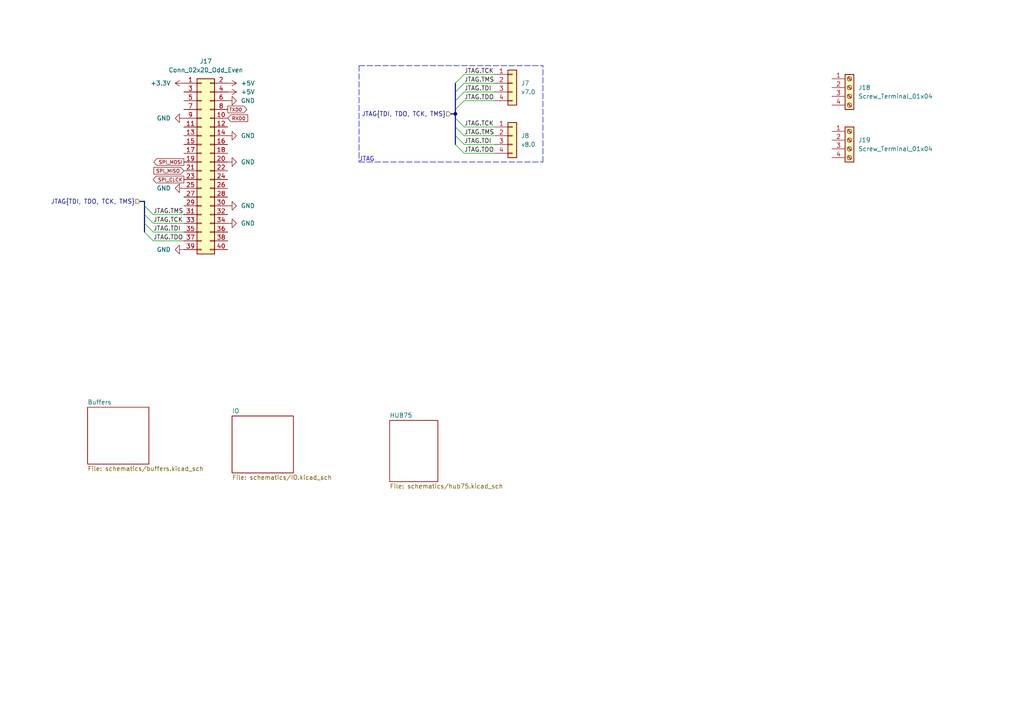
<source format=kicad_sch>
(kicad_sch (version 20230121) (generator eeschema)
  (paper "A4")
  (lib_symbols
    (symbol "Connector:Screw_Terminal_01x04" (pin_names (offset 1.016) hide)
      (property "Reference" "J" (at 0 5.08 0))
      (property "Value" "Screw_Terminal_01x04" (at 0 -7.62 0))
      (symbol "Screw_Terminal_01x04_1_1"
        (rectangle (start -1.27 3.81) (end 1.27 -6.35) (stroke (width 0.254)) (fill (type background)))
        (circle (center 0 -5.08) (radius 0.635) (stroke (width 0.1524)))
        (circle (center 0 -2.54) (radius 0.635) (stroke (width 0.1524)))
        (polyline (pts (xy -0.5334 -4.7498) (xy 0.3302 -5.588)) (stroke (width 0.1524)))
        (polyline (pts (xy -0.5334 -2.2098) (xy 0.3302 -3.048)) (stroke (width 0.1524)))
        (polyline (pts (xy -0.5334 0.3302) (xy 0.3302 -0.508)) (stroke (width 0.1524)))
        (polyline (pts (xy -0.5334 2.8702) (xy 0.3302 2.032)) (stroke (width 0.1524)))
        (polyline (pts (xy -0.3556 -4.572) (xy 0.508 -5.4102)) (stroke (width 0.1524)))
        (polyline (pts (xy -0.3556 -2.032) (xy 0.508 -2.8702)) (stroke (width 0.1524)))
        (polyline (pts (xy -0.3556 0.508) (xy 0.508 -0.3302)) (stroke (width 0.1524)))
        (polyline (pts (xy -0.3556 3.048) (xy 0.508 2.2098)) (stroke (width 0.1524)))
        (circle (center 0 0) (radius 0.635) (stroke (width 0.1524)))
        (circle (center 0 2.54) (radius 0.635) (stroke (width 0.1524)))
        (pin passive line (at -5.08 2.54 0) (length 3.81) (name "Pin_1") (number "1"))
        (pin passive line (at -5.08 0 0) (length 3.81) (name "Pin_2") (number "2"))
        (pin passive line (at -5.08 -2.54 0) (length 3.81) (name "Pin_3") (number "3"))
        (pin passive line (at -5.08 -5.08 0) (length 3.81) (name "Pin_4") (number "4"))
      )
    )
    (symbol "Connector_Generic:Conn_01x04" (pin_names hide)
      (property "Reference" "J" (at 0 5.08 0))
      (property "Value" "Conn_01x04" (at 0 -7.62 0))
      (symbol "Conn_01x04_1_1"
        (rectangle (start -1.27 -4.953) (end 0 -5.207))
        (rectangle (start -1.27 -2.413) (end 0 -2.667))
        (rectangle (start -1.27 0.127) (end 0 -0.127))
        (rectangle (start -1.27 2.667) (end 0 2.413))
        (rectangle (start -1.27 3.81) (end 1.27 -6.35) (stroke (width 0.254)) (fill (type background)))
        (pin passive line (at -5.08 2.54 0) (length 3.81) (name "Pin_1") (number "1"))
        (pin passive line (at -5.08 0 0) (length 3.81) (name "Pin_2") (number "2"))
        (pin passive line (at -5.08 -2.54 0) (length 3.81) (name "Pin_3") (number "3"))
        (pin passive line (at -5.08 -5.08 0) (length 3.81) (name "Pin_4") (number "4"))
      )
    )
    (symbol "Connector_Generic:Conn_02x20_Odd_Even" (pin_names (offset 1.016) hide)
      (property "Reference" "J" (at 1.27 25.4 0))
      (property "Value" "Conn_02x20_Odd_Even" (at 1.27 -27.94 0))
      (symbol "Conn_02x20_Odd_Even_1_1"
        (rectangle (start -1.27 -25.273) (end 0 -25.527) (stroke (width 0.1524)))
        (rectangle (start -1.27 -22.733) (end 0 -22.987) (stroke (width 0.1524)))
        (rectangle (start -1.27 -20.193) (end 0 -20.447) (stroke (width 0.1524)))
        (rectangle (start -1.27 -17.653) (end 0 -17.907) (stroke (width 0.1524)))
        (rectangle (start -1.27 -15.113) (end 0 -15.367) (stroke (width 0.1524)))
        (rectangle (start -1.27 -12.573) (end 0 -12.827) (stroke (width 0.1524)))
        (rectangle (start -1.27 -10.033) (end 0 -10.287) (stroke (width 0.1524)))
        (rectangle (start -1.27 -7.493) (end 0 -7.747) (stroke (width 0.1524)))
        (rectangle (start -1.27 -4.953) (end 0 -5.207) (stroke (width 0.1524)))
        (rectangle (start -1.27 -2.413) (end 0 -2.667) (stroke (width 0.1524)))
        (rectangle (start -1.27 0.127) (end 0 -0.127) (stroke (width 0.1524)))
        (rectangle (start -1.27 2.667) (end 0 2.413) (stroke (width 0.1524)))
        (rectangle (start -1.27 5.207) (end 0 4.953) (stroke (width 0.1524)))
        (rectangle (start -1.27 7.747) (end 0 7.493) (stroke (width 0.1524)))
        (rectangle (start -1.27 10.287) (end 0 10.033) (stroke (width 0.1524)))
        (rectangle (start -1.27 12.827) (end 0 12.573) (stroke (width 0.1524)))
        (rectangle (start -1.27 15.367) (end 0 15.113) (stroke (width 0.1524)))
        (rectangle (start -1.27 17.907) (end 0 17.653) (stroke (width 0.1524)))
        (rectangle (start -1.27 20.447) (end 0 20.193) (stroke (width 0.1524)))
        (rectangle (start -1.27 22.987) (end 0 22.733) (stroke (width 0.1524)))
        (rectangle (start -1.27 24.13) (end 3.81 -26.67) (stroke (width 0.254)) (fill (type background)))
        (rectangle (start 3.81 -25.273) (end 2.54 -25.527) (stroke (width 0.1524)))
        (rectangle (start 3.81 -22.733) (end 2.54 -22.987) (stroke (width 0.1524)))
        (rectangle (start 3.81 -20.193) (end 2.54 -20.447) (stroke (width 0.1524)))
        (rectangle (start 3.81 -17.653) (end 2.54 -17.907) (stroke (width 0.1524)))
        (rectangle (start 3.81 -15.113) (end 2.54 -15.367) (stroke (width 0.1524)))
        (rectangle (start 3.81 -12.573) (end 2.54 -12.827) (stroke (width 0.1524)))
        (rectangle (start 3.81 -10.033) (end 2.54 -10.287) (stroke (width 0.1524)))
        (rectangle (start 3.81 -7.493) (end 2.54 -7.747) (stroke (width 0.1524)))
        (rectangle (start 3.81 -4.953) (end 2.54 -5.207) (stroke (width 0.1524)))
        (rectangle (start 3.81 -2.413) (end 2.54 -2.667) (stroke (width 0.1524)))
        (rectangle (start 3.81 0.127) (end 2.54 -0.127) (stroke (width 0.1524)))
        (rectangle (start 3.81 2.667) (end 2.54 2.413) (stroke (width 0.1524)))
        (rectangle (start 3.81 5.207) (end 2.54 4.953) (stroke (width 0.1524)))
        (rectangle (start 3.81 7.747) (end 2.54 7.493) (stroke (width 0.1524)))
        (rectangle (start 3.81 10.287) (end 2.54 10.033) (stroke (width 0.1524)))
        (rectangle (start 3.81 12.827) (end 2.54 12.573) (stroke (width 0.1524)))
        (rectangle (start 3.81 15.367) (end 2.54 15.113) (stroke (width 0.1524)))
        (rectangle (start 3.81 17.907) (end 2.54 17.653) (stroke (width 0.1524)))
        (rectangle (start 3.81 20.447) (end 2.54 20.193) (stroke (width 0.1524)))
        (rectangle (start 3.81 22.987) (end 2.54 22.733) (stroke (width 0.1524)))
        (pin passive line (at -5.08 22.86 0) (length 3.81) (name "Pin_1") (number "1"))
        (pin passive line (at 7.62 12.7 180) (length 3.81) (name "Pin_10") (number "10"))
        (pin passive line (at -5.08 10.16 0) (length 3.81) (name "Pin_11") (number "11"))
        (pin passive line (at 7.62 10.16 180) (length 3.81) (name "Pin_12") (number "12"))
        (pin passive line (at -5.08 7.62 0) (length 3.81) (name "Pin_13") (number "13"))
        (pin passive line (at 7.62 7.62 180) (length 3.81) (name "Pin_14") (number "14"))
        (pin passive line (at -5.08 5.08 0) (length 3.81) (name "Pin_15") (number "15"))
        (pin passive line (at 7.62 5.08 180) (length 3.81) (name "Pin_16") (number "16"))
        (pin passive line (at -5.08 2.54 0) (length 3.81) (name "Pin_17") (number "17"))
        (pin passive line (at 7.62 2.54 180) (length 3.81) (name "Pin_18") (number "18"))
        (pin passive line (at -5.08 0 0) (length 3.81) (name "Pin_19") (number "19"))
        (pin passive line (at 7.62 22.86 180) (length 3.81) (name "Pin_2") (number "2"))
        (pin passive line (at 7.62 0 180) (length 3.81) (name "Pin_20") (number "20"))
        (pin passive line (at -5.08 -2.54 0) (length 3.81) (name "Pin_21") (number "21"))
        (pin passive line (at 7.62 -2.54 180) (length 3.81) (name "Pin_22") (number "22"))
        (pin passive line (at -5.08 -5.08 0) (length 3.81) (name "Pin_23") (number "23"))
        (pin passive line (at 7.62 -5.08 180) (length 3.81) (name "Pin_24") (number "24"))
        (pin passive line (at -5.08 -7.62 0) (length 3.81) (name "Pin_25") (number "25"))
        (pin passive line (at 7.62 -7.62 180) (length 3.81) (name "Pin_26") (number "26"))
        (pin passive line (at -5.08 -10.16 0) (length 3.81) (name "Pin_27") (number "27"))
        (pin passive line (at 7.62 -10.16 180) (length 3.81) (name "Pin_28") (number "28"))
        (pin passive line (at -5.08 -12.7 0) (length 3.81) (name "Pin_29") (number "29"))
        (pin passive line (at -5.08 20.32 0) (length 3.81) (name "Pin_3") (number "3"))
        (pin passive line (at 7.62 -12.7 180) (length 3.81) (name "Pin_30") (number "30"))
        (pin passive line (at -5.08 -15.24 0) (length 3.81) (name "Pin_31") (number "31"))
        (pin passive line (at 7.62 -15.24 180) (length 3.81) (name "Pin_32") (number "32"))
        (pin passive line (at -5.08 -17.78 0) (length 3.81) (name "Pin_33") (number "33"))
        (pin passive line (at 7.62 -17.78 180) (length 3.81) (name "Pin_34") (number "34"))
        (pin passive line (at -5.08 -20.32 0) (length 3.81) (name "Pin_35") (number "35"))
        (pin passive line (at 7.62 -20.32 180) (length 3.81) (name "Pin_36") (number "36"))
        (pin passive line (at -5.08 -22.86 0) (length 3.81) (name "Pin_37") (number "37"))
        (pin passive line (at 7.62 -22.86 180) (length 3.81) (name "Pin_38") (number "38"))
        (pin passive line (at -5.08 -25.4 0) (length 3.81) (name "Pin_39") (number "39"))
        (pin passive line (at 7.62 20.32 180) (length 3.81) (name "Pin_4") (number "4"))
        (pin passive line (at 7.62 -25.4 180) (length 3.81) (name "Pin_40") (number "40"))
        (pin passive line (at -5.08 17.78 0) (length 3.81) (name "Pin_5") (number "5"))
        (pin passive line (at 7.62 17.78 180) (length 3.81) (name "Pin_6") (number "6"))
        (pin passive line (at -5.08 15.24 0) (length 3.81) (name "Pin_7") (number "7"))
        (pin passive line (at 7.62 15.24 180) (length 3.81) (name "Pin_8") (number "8"))
        (pin passive line (at -5.08 12.7 0) (length 3.81) (name "Pin_9") (number "9"))
      )
    )
    (symbol "power:+3.3V" (power) (pin_names (offset 0))
      (property "Value" "+3.3V" (at 0 3.556 0))
      (symbol "+3.3V_0_1"
        (polyline (pts (xy -0.762 1.27) (xy 0 2.54)))
        (polyline (pts (xy 0 0) (xy 0 2.54)))
        (polyline (pts (xy 0 2.54) (xy 0.762 1.27)))
      )
      (symbol "+3.3V_1_1"
        (pin power_in line (at 0 0 90) (length 0) hide (name "+3.3V") (number "1"))
      )
    )
    (symbol "power:+5V" (power) (pin_names (offset 0))
      (property "Value" "+5V" (at 0 3.556 0))
      (symbol "+5V_0_1"
        (polyline (pts (xy -0.762 1.27) (xy 0 2.54)))
        (polyline (pts (xy 0 0) (xy 0 2.54)))
        (polyline (pts (xy 0 2.54) (xy 0.762 1.27)))
      )
      (symbol "+5V_1_1"
        (pin power_in line (at 0 0 90) (length 0) hide (name "+5V") (number "1"))
      )
    )
    (symbol "power:GND" (power) (pin_names (offset 0))
      (property "Value" "GND" (at 0 -3.81 0))
      (symbol "GND_0_1"
        (polyline (pts (xy 0 0) (xy 0 -1.27) (xy 1.27 -1.27) (xy 0 -2.54) (xy -1.27 -1.27) (xy 0 -1.27)))
      )
      (symbol "GND_1_1"
        (pin power_in line (at 0 0 270) (length 0) hide (name "GND") (number "1"))
      )
    )
  )
  (junction (at 132.08 33.02))
  (bus_entry (at 132.08 41.91) (size 2.54 2.54))
  (bus_entry (at 41.91 62.23) (size 2.54 2.54))
  (bus_entry (at 132.08 26.67) (size 2.54 -2.54))
  (bus_entry (at 132.08 31.75) (size 2.54 -2.54))
  (bus_entry (at 41.91 67.31) (size 2.54 2.54))
  (bus_entry (at 132.08 29.21) (size 2.54 -2.54))
  (bus_entry (at 132.08 39.37) (size 2.54 2.54))
  (bus_entry (at 132.08 34.29) (size 2.54 2.54))
  (bus_entry (at 41.91 59.69) (size 2.54 2.54))
  (bus_entry (at 132.08 24.13) (size 2.54 -2.54))
  (bus_entry (at 41.91 64.77) (size 2.54 2.54))
  (bus_entry (at 132.08 36.83) (size 2.54 2.54))
  (polyline (pts (xy 104.14 19.05) (xy 157.48 19.05)) (stroke (width 0) (type dash)))
  (wire (pts (xy 134.62 44.45) (xy 143.51 44.45)))
  (wire (pts (xy 134.62 36.83) (xy 143.51 36.83)))
  (bus (pts (xy 132.08 31.75) (xy 132.08 33.02)))
  (bus (pts (xy 132.08 24.13) (xy 132.08 26.67)))
  (wire (pts (xy 44.45 67.31) (xy 53.34 67.31)))
  (wire (pts (xy 44.45 64.77) (xy 53.34 64.77)))
  (polyline (pts (xy 104.14 46.99) (xy 157.48 46.99)) (stroke (width 0) (type dash)))
  (bus (pts (xy 132.08 26.67) (xy 132.08 29.21)))
  (wire (pts (xy 134.62 26.67) (xy 143.51 26.67)))
  (bus (pts (xy 41.91 58.42) (xy 41.91 59.69)))
  (wire (pts (xy 134.62 39.37) (xy 143.51 39.37)))
  (bus (pts (xy 40.64 58.42) (xy 41.91 58.42)))
  (wire (pts (xy 134.62 29.21) (xy 143.51 29.21)))
  (bus (pts (xy 132.08 33.02) (xy 132.08 34.29)))
  (bus (pts (xy 132.08 39.37) (xy 132.08 41.91)))
  (wire (pts (xy 44.45 62.23) (xy 53.34 62.23)))
  (bus (pts (xy 132.08 31.75) (xy 132.08 29.21)))
  (bus (pts (xy 130.81 33.02) (xy 132.08 33.02)))
  (wire (pts (xy 44.45 69.85) (xy 53.34 69.85)))
  (wire (pts (xy 134.62 41.91) (xy 143.51 41.91)))
  (polyline (pts (xy 157.48 46.99) (xy 157.48 19.05)) (stroke (width 0) (type dash)))
  (bus (pts (xy 132.08 36.83) (xy 132.08 39.37)))
  (bus (pts (xy 132.08 34.29) (xy 132.08 36.83)))
  (bus (pts (xy 41.91 62.23) (xy 41.91 64.77)))
  (wire (pts (xy 134.62 24.13) (xy 143.51 24.13)))
  (polyline (pts (xy 104.14 19.05) (xy 104.14 46.99)) (stroke (width 0) (type dash)))
  (wire (pts (xy 134.62 21.59) (xy 143.51 21.59)))
  (bus (pts (xy 41.91 64.77) (xy 41.91 67.31)))
  (bus (pts (xy 41.91 59.69) (xy 41.91 62.23)))
  (text "JTAG" (at 104.14 46.99 0) (effects (font (size 1.27 1.27)) (justify left bottom)))
  (label "JTAG.TDO" (at 134.62 29.21 0))
  (label "JTAG.TMS" (at 134.62 39.37 0))
  (label "JTAG.TDI" (at 134.62 41.91 0))
  (label "JTAG.TDI" (at 134.62 26.67 0))
  (label "JTAG.TCK" (at 134.62 36.83 0))
  (label "JTAG.TMS" (at 134.62 24.13 0))
  (label "JTAG.TCK" (at 44.45 64.77 0))
  (label "JTAG.TMS" (at 44.45 62.23 0))
  (label "JTAG.TCK" (at 134.62 21.59 0))
  (label "JTAG.TDO" (at 134.62 44.45 0))
  (label "JTAG.TDO" (at 44.45 69.85 0))
  (label "JTAG.TDI" (at 44.45 67.31 0))
  (global_label "SPI_MISO" (shape input) (at 53.34 49.53 180) (effects (font (size 1 1))) (property "Intersheetrefs" "${INTERSHEET_REFS}" (effects hide)))
  (global_label "SPI_MOSI" (shape output) (at 53.34 46.99 180) (effects (font (size 1 1))) (property "Intersheetrefs" "${INTERSHEET_REFS}" (effects hide)))
  (global_label "SPI_CLCK" (shape output) (at 53.34 52.07 180) (effects (font (size 1 1))) (property "Intersheetrefs" "${INTERSHEET_REFS}" (effects hide)))
  (global_label "TXD0" (shape output) (at 66.04 31.75 0) (effects (font (size 1 1))) (property "Intersheetrefs" "${INTERSHEET_REFS}" (effects hide)))
  (global_label "RXD0" (shape input) (at 66.04 34.29 0) (effects (font (size 1 1))) (property "Intersheetrefs" "${INTERSHEET_REFS}" (effects hide)))
  (hierarchical_label "JTAG{TDI, TDO, TCK, TMS}" (shape input) (at 40.64 58.42 180))
  (hierarchical_label "JTAG{TDI, TDO, TCK, TMS}" (shape input) (at 130.81 33.02 180))
  (symbol (lib_id "power:GND") (at 53.34 72.39 270) (unit 1)
    (property "Reference" "#PWR062" (effects hide))
    (property "Value" "GND" (at 49.53 72.39 90) (effects (justify right)))
  )
  (symbol (lib_id "Connector:Screw_Terminal_01x04") (at 246.38 25.4 0) (unit 1)
    (property "Reference" "J18" (at 248.92 25.4 0) (effects (justify left)))
    (property "Value" "Screw_Terminal_01x04" (at 248.92 27.94 0) (effects (justify left)))
    (property "Footprint" "TerminalBlock_Phoenix:TerminalBlock_Phoenix_PTSM-0,5-4-2.5-V-THR_1x04_P2.50mm_Vertical" (effects hide))
  )
  (symbol (lib_id "Connector_Generic:Conn_01x04") (at 148.59 24.13 0) (unit 1)
    (property "Reference" "J7" (at 151.13 24.1299 0) (effects (justify left)))
    (property "Value" "v7.0" (at 151.13 26.6699 0) (effects (justify left)))
    (property "Footprint" "Connector_PinHeader_2.54mm:PinHeader_1x04_P2.54mm_Vertical" (effects hide))
  )
  (symbol (lib_id "Connector:Screw_Terminal_01x04") (at 246.38 40.64 0) (unit 1)
    (property "Reference" "J19" (at 248.92 40.64 0) (effects (justify left)))
    (property "Value" "Screw_Terminal_01x04" (at 248.92 43.18 0) (effects (justify left)))
    (property "Footprint" "TerminalBlock_Phoenix:TerminalBlock_Phoenix_PTSM-0,5-4-2.5-V-THR_1x04_P2.50mm_Vertical" (effects hide))
  )
  (symbol (lib_id "Connector_Generic:Conn_01x04") (at 148.59 39.37 0) (unit 1)
    (property "Reference" "J8" (at 151.13 39.3699 0) (effects (justify left)))
    (property "Value" "v8.0" (at 151.13 41.9099 0) (effects (justify left)))
    (property "Footprint" "Connector_PinHeader_2.54mm:PinHeader_1x04_P2.54mm_Vertical" (effects hide))
  )
  (symbol (lib_id "power:+5V") (at 66.04 24.13 270) (unit 1)
    (property "Reference" "#PWR055" (effects hide))
    (property "Value" "+5V" (at 69.85 24.13 90) (effects (justify left)))
  )
  (symbol (lib_id "power:GND") (at 53.34 34.29 270) (unit 1)
    (property "Reference" "#PWR064" (effects hide))
    (property "Value" "GND" (at 49.53 34.29 90) (effects (justify right)))
  )
  (symbol (lib_id "power:GND") (at 66.04 46.99 90) (unit 1)
    (property "Reference" "#PWR059" (effects hide))
    (property "Value" "GND" (at 69.85 46.99 90) (effects (justify right)))
  )
  (symbol (lib_id "Connector_Generic:Conn_02x20_Odd_Even") (at 58.42 46.99 0) (unit 1)
    (property "Reference" "J17" (at 59.69 17.78 0))
    (property "Value" "Conn_02x20_Odd_Even" (at 59.69 20.32 0))
    (property "Footprint" "Connector_PinHeader_2.54mm:PinHeader_2x20_P2.54mm_Vertical" (effects hide))
  )
  (symbol (lib_id "power:GND") (at 66.04 59.69 90) (unit 1)
    (property "Reference" "#PWR060" (effects hide))
    (property "Value" "GND" (at 69.85 59.69 90) (effects (justify right)))
  )
  (symbol (lib_id "power:+3.3V") (at 53.34 24.13 90) (unit 1)
    (property "Reference" "#PWR054" (effects hide))
    (property "Value" "+3.3V" (at 49.53 24.13 90) (effects (justify left)))
  )
  (symbol (lib_id "power:GND") (at 66.04 29.21 90) (unit 1)
    (property "Reference" "#PWR057" (effects hide))
    (property "Value" "GND" (at 69.85 29.21 90) (effects (justify right)))
  )
  (symbol (lib_id "power:GND") (at 66.04 64.77 90) (unit 1)
    (property "Reference" "#PWR061" (effects hide))
    (property "Value" "GND" (at 69.85 64.77 90) (effects (justify right)))
  )
  (symbol (lib_id "power:GND") (at 53.34 54.61 270) (unit 1)
    (property "Reference" "#PWR063" (effects hide))
    (property "Value" "GND" (at 49.53 54.61 90) (effects (justify right)))
  )
  (symbol (lib_id "power:+5V") (at 66.04 26.67 270) (unit 1)
    (property "Reference" "#PWR056" (effects hide))
    (property "Value" "+5V" (at 69.85 26.67 90) (effects (justify left)))
  )
  (symbol (lib_id "power:GND") (at 66.04 39.37 90) (unit 1)
    (property "Reference" "#PWR058" (effects hide))
    (property "Value" "GND" (at 69.85 39.37 90) (effects (justify right)))
  )
  (sheet (at 67.31 120.65) (size 17.78 16.51) (stroke (width 0.1524))
    (property "Sheetname" "IO" (at 67.31 119.9384 0) (effects (justify left bottom)))
    (property "Sheetfile" "schematics/IO.kicad_sch" (at 67.31 137.7446 0) (effects (justify left top)))
  )
  (sheet (at 113.03 121.92) (size 13.97 17.78) (stroke (width 0.1524))
    (property "Sheetname" "HUB75" (at 113.03 121.2084 0) (effects (justify left bottom)))
    (property "Sheetfile" "schematics/hub75.kicad_sch" (at 113.03 140.2846 0) (effects (justify left top)))
  )
  (sheet (at 25.4 118.11) (size 17.78 16.51) (stroke (width 0.1524))
    (property "Sheetname" "Buffers" (at 25.4 117.3984 0) (effects (justify left bottom)))
    (property "Sheetfile" "schematics/buffers.kicad_sch" (at 25.4 135.2046 0) (effects (justify left top)))
  )
)
</source>
